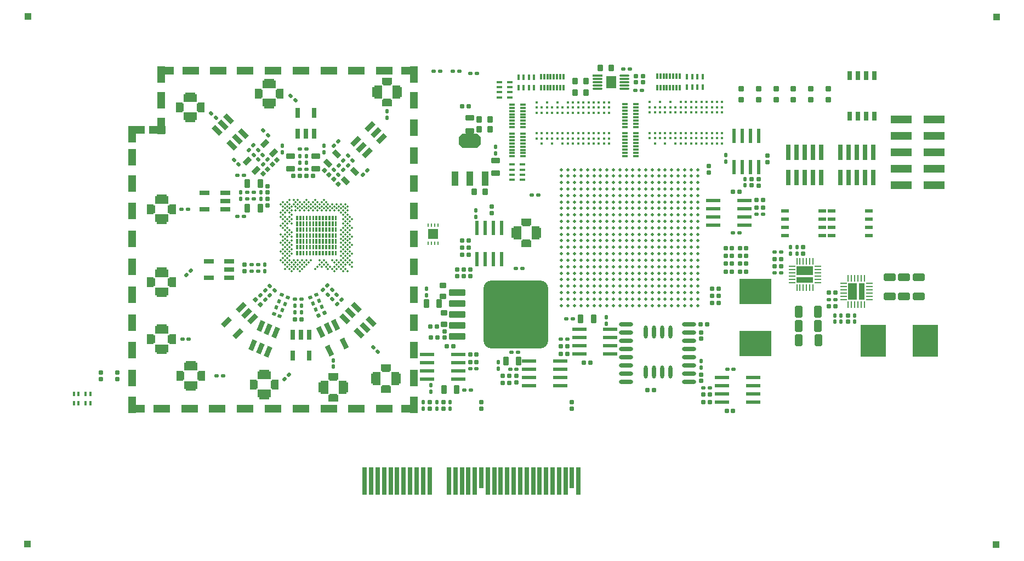
<source format=gtp>
G04 Layer_Color=8421504*
%FSLAX44Y44*%
%MOMM*%
G71*
G01*
G75*
G04:AMPARAMS|DCode=18|XSize=0.6mm|YSize=0.6mm|CornerRadius=0.06mm|HoleSize=0mm|Usage=FLASHONLY|Rotation=0.000|XOffset=0mm|YOffset=0mm|HoleType=Round|Shape=RoundedRectangle|*
%AMROUNDEDRECTD18*
21,1,0.6000,0.4800,0,0,0.0*
21,1,0.4800,0.6000,0,0,0.0*
1,1,0.1200,0.2400,-0.2400*
1,1,0.1200,-0.2400,-0.2400*
1,1,0.1200,-0.2400,0.2400*
1,1,0.1200,0.2400,0.2400*
%
%ADD18ROUNDEDRECTD18*%
G04:AMPARAMS|DCode=19|XSize=0.5mm|YSize=0.6mm|CornerRadius=0.05mm|HoleSize=0mm|Usage=FLASHONLY|Rotation=0.000|XOffset=0mm|YOffset=0mm|HoleType=Round|Shape=RoundedRectangle|*
%AMROUNDEDRECTD19*
21,1,0.5000,0.5000,0,0,0.0*
21,1,0.4000,0.6000,0,0,0.0*
1,1,0.1000,0.2000,-0.2500*
1,1,0.1000,-0.2000,-0.2500*
1,1,0.1000,-0.2000,0.2500*
1,1,0.1000,0.2000,0.2500*
%
%ADD19ROUNDEDRECTD19*%
G04:AMPARAMS|DCode=20|XSize=0.6mm|YSize=0.6mm|CornerRadius=0.06mm|HoleSize=0mm|Usage=FLASHONLY|Rotation=270.000|XOffset=0mm|YOffset=0mm|HoleType=Round|Shape=RoundedRectangle|*
%AMROUNDEDRECTD20*
21,1,0.6000,0.4800,0,0,270.0*
21,1,0.4800,0.6000,0,0,270.0*
1,1,0.1200,-0.2400,-0.2400*
1,1,0.1200,-0.2400,0.2400*
1,1,0.1200,0.2400,0.2400*
1,1,0.1200,0.2400,-0.2400*
%
%ADD20ROUNDEDRECTD20*%
G04:AMPARAMS|DCode=21|XSize=0.8mm|YSize=0.8mm|CornerRadius=0.1mm|HoleSize=0mm|Usage=FLASHONLY|Rotation=90.000|XOffset=0mm|YOffset=0mm|HoleType=Round|Shape=RoundedRectangle|*
%AMROUNDEDRECTD21*
21,1,0.8000,0.6000,0,0,90.0*
21,1,0.6000,0.8000,0,0,90.0*
1,1,0.2000,0.3000,0.3000*
1,1,0.2000,0.3000,-0.3000*
1,1,0.2000,-0.3000,-0.3000*
1,1,0.2000,-0.3000,0.3000*
%
%ADD21ROUNDEDRECTD21*%
G04:AMPARAMS|DCode=22|XSize=0.7mm|YSize=0.4mm|CornerRadius=0.05mm|HoleSize=0mm|Usage=FLASHONLY|Rotation=270.000|XOffset=0mm|YOffset=0mm|HoleType=Round|Shape=RoundedRectangle|*
%AMROUNDEDRECTD22*
21,1,0.7000,0.3000,0,0,270.0*
21,1,0.6000,0.4000,0,0,270.0*
1,1,0.1000,-0.1500,-0.3000*
1,1,0.1000,-0.1500,0.3000*
1,1,0.1000,0.1500,0.3000*
1,1,0.1000,0.1500,-0.3000*
%
%ADD22ROUNDEDRECTD22*%
%ADD23R,0.9500X0.4000*%
%ADD24R,0.9500X0.3500*%
%ADD25R,0.3500X0.9500*%
%ADD26R,0.4000X0.9500*%
%ADD27C,0.4500*%
%ADD28R,0.7500X2.4000*%
G04:AMPARAMS|DCode=29|XSize=0.5mm|YSize=0.6mm|CornerRadius=0.05mm|HoleSize=0mm|Usage=FLASHONLY|Rotation=90.000|XOffset=0mm|YOffset=0mm|HoleType=Round|Shape=RoundedRectangle|*
%AMROUNDEDRECTD29*
21,1,0.5000,0.5000,0,0,90.0*
21,1,0.4000,0.6000,0,0,90.0*
1,1,0.1000,0.2500,0.2000*
1,1,0.1000,0.2500,-0.2000*
1,1,0.1000,-0.2500,-0.2000*
1,1,0.1000,-0.2500,0.2000*
%
%ADD29ROUNDEDRECTD29*%
G04:AMPARAMS|DCode=30|XSize=1.3mm|YSize=0.8mm|CornerRadius=0.1mm|HoleSize=0mm|Usage=FLASHONLY|Rotation=90.000|XOffset=0mm|YOffset=0mm|HoleType=Round|Shape=RoundedRectangle|*
%AMROUNDEDRECTD30*
21,1,1.3000,0.6000,0,0,90.0*
21,1,1.1000,0.8000,0,0,90.0*
1,1,0.2000,0.3000,0.5500*
1,1,0.2000,0.3000,-0.5500*
1,1,0.2000,-0.3000,-0.5500*
1,1,0.2000,-0.3000,0.5500*
%
%ADD30ROUNDEDRECTD30*%
%ADD31R,2.2000X0.5500*%
%ADD32R,1.5500X1.0000*%
%ADD33R,1.2000X1.6000*%
%ADD34R,1.2000X1.2000*%
%ADD35R,1.2000X2.1500*%
%ADD36R,0.5500X2.2000*%
G04:AMPARAMS|DCode=37|XSize=1.8mm|YSize=1.15mm|CornerRadius=0.1437mm|HoleSize=0mm|Usage=FLASHONLY|Rotation=0.000|XOffset=0mm|YOffset=0mm|HoleType=Round|Shape=RoundedRectangle|*
%AMROUNDEDRECTD37*
21,1,1.8000,0.8625,0,0,0.0*
21,1,1.5125,1.1500,0,0,0.0*
1,1,0.2875,0.7562,-0.4313*
1,1,0.2875,-0.7562,-0.4313*
1,1,0.2875,-0.7562,0.4313*
1,1,0.2875,0.7562,0.4313*
%
%ADD37ROUNDEDRECTD37*%
G04:AMPARAMS|DCode=38|XSize=1.8mm|YSize=1.15mm|CornerRadius=0.1437mm|HoleSize=0mm|Usage=FLASHONLY|Rotation=270.000|XOffset=0mm|YOffset=0mm|HoleType=Round|Shape=RoundedRectangle|*
%AMROUNDEDRECTD38*
21,1,1.8000,0.8625,0,0,270.0*
21,1,1.5125,1.1500,0,0,270.0*
1,1,0.2875,-0.4313,-0.7562*
1,1,0.2875,-0.4313,0.7562*
1,1,0.2875,0.4313,0.7562*
1,1,0.2875,0.4313,-0.7562*
%
%ADD38ROUNDEDRECTD38*%
%ADD39R,3.2004X1.2700*%
%ADD41R,1.2000X0.5000*%
%ADD42R,5.0000X4.0000*%
%ADD43O,2.2000X0.6000*%
G04:AMPARAMS|DCode=44|XSize=1mm|YSize=0.9mm|CornerRadius=0.1125mm|HoleSize=0mm|Usage=FLASHONLY|Rotation=0.000|XOffset=0mm|YOffset=0mm|HoleType=Round|Shape=RoundedRectangle|*
%AMROUNDEDRECTD44*
21,1,1.0000,0.6750,0,0,0.0*
21,1,0.7750,0.9000,0,0,0.0*
1,1,0.2250,0.3875,-0.3375*
1,1,0.2250,-0.3875,-0.3375*
1,1,0.2250,-0.3875,0.3375*
1,1,0.2250,0.3875,0.3375*
%
%ADD44ROUNDEDRECTD44*%
G04:AMPARAMS|DCode=45|XSize=1mm|YSize=0.9mm|CornerRadius=0.1125mm|HoleSize=0mm|Usage=FLASHONLY|Rotation=270.000|XOffset=0mm|YOffset=0mm|HoleType=Round|Shape=RoundedRectangle|*
%AMROUNDEDRECTD45*
21,1,1.0000,0.6750,0,0,270.0*
21,1,0.7750,0.9000,0,0,270.0*
1,1,0.2250,-0.3375,-0.3875*
1,1,0.2250,-0.3375,0.3875*
1,1,0.2250,0.3375,0.3875*
1,1,0.2250,0.3375,-0.3875*
%
%ADD45ROUNDEDRECTD45*%
G04:AMPARAMS|DCode=46|XSize=1.3mm|YSize=0.8mm|CornerRadius=0.1mm|HoleSize=0mm|Usage=FLASHONLY|Rotation=180.000|XOffset=0mm|YOffset=0mm|HoleType=Round|Shape=RoundedRectangle|*
%AMROUNDEDRECTD46*
21,1,1.3000,0.6000,0,0,180.0*
21,1,1.1000,0.8000,0,0,180.0*
1,1,0.2000,-0.5500,0.3000*
1,1,0.2000,0.5500,0.3000*
1,1,0.2000,0.5500,-0.3000*
1,1,0.2000,-0.5500,-0.3000*
%
%ADD46ROUNDEDRECTD46*%
%ADD47R,1.0000X2.2000*%
G04:AMPARAMS|DCode=48|XSize=2.2mm|YSize=3.4mm|CornerRadius=0mm|HoleSize=0mm|Usage=FLASHONLY|Rotation=90.000|XOffset=0mm|YOffset=0mm|HoleType=Round|Shape=Octagon|*
%AMOCTAGOND48*
4,1,8,-1.7000,-0.5500,-1.7000,0.5500,-1.1500,1.1000,1.1500,1.1000,1.7000,0.5500,1.7000,-0.5500,1.1500,-1.1000,-1.1500,-1.1000,-1.7000,-0.5500,0.0*
%
%ADD48OCTAGOND48*%

%ADD49R,0.8000X1.4000*%
G04:AMPARAMS|DCode=50|XSize=1.6mm|YSize=1.9mm|CornerRadius=0.2mm|HoleSize=0mm|Usage=FLASHONLY|Rotation=180.000|XOffset=0mm|YOffset=0mm|HoleType=Round|Shape=RoundedRectangle|*
%AMROUNDEDRECTD50*
21,1,1.6000,1.5000,0,0,180.0*
21,1,1.2000,1.9000,0,0,180.0*
1,1,0.4000,-0.6000,0.7500*
1,1,0.4000,0.6000,0.7500*
1,1,0.4000,0.6000,-0.7500*
1,1,0.4000,-0.6000,-0.7500*
%
%ADD50ROUNDEDRECTD50*%
%ADD51O,1.6000X0.3000*%
G04:AMPARAMS|DCode=52|XSize=1.6mm|YSize=0.3mm|CornerRadius=0.0375mm|HoleSize=0mm|Usage=FLASHONLY|Rotation=0.000|XOffset=0mm|YOffset=0mm|HoleType=Round|Shape=RoundedRectangle|*
%AMROUNDEDRECTD52*
21,1,1.6000,0.2250,0,0,0.0*
21,1,1.5250,0.3000,0,0,0.0*
1,1,0.0750,0.7625,-0.1125*
1,1,0.0750,-0.7625,-0.1125*
1,1,0.0750,-0.7625,0.1125*
1,1,0.0750,0.7625,0.1125*
%
%ADD52ROUNDEDRECTD52*%
%ADD53R,2.6000X1.3000*%
%ADD54R,1.3000X2.6000*%
%ADD55R,0.2500X0.6250*%
%ADD56R,1.6000X1.6000*%
G04:AMPARAMS|DCode=57|XSize=2.5mm|YSize=1.1mm|CornerRadius=0.1375mm|HoleSize=0mm|Usage=FLASHONLY|Rotation=180.000|XOffset=0mm|YOffset=0mm|HoleType=Round|Shape=RoundedRectangle|*
%AMROUNDEDRECTD57*
21,1,2.5000,0.8250,0,0,180.0*
21,1,2.2250,1.1000,0,0,180.0*
1,1,0.2750,-1.1125,0.4125*
1,1,0.2750,1.1125,0.4125*
1,1,0.2750,1.1125,-0.4125*
1,1,0.2750,-1.1125,-0.4125*
%
%ADD57ROUNDEDRECTD57*%
G04:AMPARAMS|DCode=58|XSize=10mm|YSize=10.5mm|CornerRadius=1.25mm|HoleSize=0mm|Usage=FLASHONLY|Rotation=180.000|XOffset=0mm|YOffset=0mm|HoleType=Round|Shape=RoundedRectangle|*
%AMROUNDEDRECTD58*
21,1,10.0000,8.0000,0,0,180.0*
21,1,7.5000,10.5000,0,0,180.0*
1,1,2.5000,-3.7500,4.0000*
1,1,2.5000,3.7500,4.0000*
1,1,2.5000,3.7500,-4.0000*
1,1,2.5000,-3.7500,-4.0000*
%
%ADD58ROUNDEDRECTD58*%
%ADD59R,0.9000X2.5500*%
%ADD60R,1.4000X2.5500*%
%ADD61R,1.0000X0.2500*%
%ADD62R,0.2500X1.0000*%
G04:AMPARAMS|DCode=63|XSize=1.3mm|YSize=0.8mm|CornerRadius=0.1mm|HoleSize=0mm|Usage=FLASHONLY|Rotation=225.000|XOffset=0mm|YOffset=0mm|HoleType=Round|Shape=RoundedRectangle|*
%AMROUNDEDRECTD63*
21,1,1.3000,0.6000,0,0,225.0*
21,1,1.1000,0.8000,0,0,225.0*
1,1,0.2000,-0.6010,-0.1768*
1,1,0.2000,0.1768,0.6010*
1,1,0.2000,0.6010,0.1768*
1,1,0.2000,-0.1768,-0.6010*
%
%ADD63ROUNDEDRECTD63*%
G04:AMPARAMS|DCode=64|XSize=1.3mm|YSize=0.8mm|CornerRadius=0.1mm|HoleSize=0mm|Usage=FLASHONLY|Rotation=135.000|XOffset=0mm|YOffset=0mm|HoleType=Round|Shape=RoundedRectangle|*
%AMROUNDEDRECTD64*
21,1,1.3000,0.6000,0,0,135.0*
21,1,1.1000,0.8000,0,0,135.0*
1,1,0.2000,-0.1768,0.6010*
1,1,0.2000,0.6010,-0.1768*
1,1,0.2000,0.1768,-0.6010*
1,1,0.2000,-0.6010,0.1768*
%
%ADD64ROUNDEDRECTD64*%
G04:AMPARAMS|DCode=65|XSize=0.5mm|YSize=0.6mm|CornerRadius=0.05mm|HoleSize=0mm|Usage=FLASHONLY|Rotation=247.500|XOffset=0mm|YOffset=0mm|HoleType=Round|Shape=RoundedRectangle|*
%AMROUNDEDRECTD65*
21,1,0.5000,0.5000,0,0,247.5*
21,1,0.4000,0.6000,0,0,247.5*
1,1,0.1000,-0.3075,-0.0891*
1,1,0.1000,-0.1544,0.2804*
1,1,0.1000,0.3075,0.0891*
1,1,0.1000,0.1544,-0.2804*
%
%ADD65ROUNDEDRECTD65*%
%ADD66R,2.5500X0.9000*%
%ADD67R,2.5500X1.4000*%
%ADD68R,4.0000X5.0000*%
G04:AMPARAMS|DCode=69|XSize=0.5mm|YSize=0.6mm|CornerRadius=0.05mm|HoleSize=0mm|Usage=FLASHONLY|Rotation=45.000|XOffset=0mm|YOffset=0mm|HoleType=Round|Shape=RoundedRectangle|*
%AMROUNDEDRECTD69*
21,1,0.5000,0.5000,0,0,45.0*
21,1,0.4000,0.6000,0,0,45.0*
1,1,0.1000,0.3182,-0.0354*
1,1,0.1000,0.0354,-0.3182*
1,1,0.1000,-0.3182,0.0354*
1,1,0.1000,-0.0354,0.3182*
%
%ADD69ROUNDEDRECTD69*%
%ADD70R,1.0000X1.5500*%
%ADD71R,1.6000X1.2000*%
%ADD72R,1.2000X1.2000*%
%ADD73R,2.1500X1.2000*%
%ADD74R,0.9960X0.9960*%
G04:AMPARAMS|DCode=75|XSize=0.5mm|YSize=0.6mm|CornerRadius=0.05mm|HoleSize=0mm|Usage=FLASHONLY|Rotation=315.000|XOffset=0mm|YOffset=0mm|HoleType=Round|Shape=RoundedRectangle|*
%AMROUNDEDRECTD75*
21,1,0.5000,0.5000,0,0,315.0*
21,1,0.4000,0.6000,0,0,315.0*
1,1,0.1000,-0.0354,-0.3182*
1,1,0.1000,-0.3182,-0.0354*
1,1,0.1000,0.0354,0.3182*
1,1,0.1000,0.3182,0.0354*
%
%ADD75ROUNDEDRECTD75*%
G04:AMPARAMS|DCode=76|XSize=0.5mm|YSize=0.6mm|CornerRadius=0.05mm|HoleSize=0mm|Usage=FLASHONLY|Rotation=157.500|XOffset=0mm|YOffset=0mm|HoleType=Round|Shape=RoundedRectangle|*
%AMROUNDEDRECTD76*
21,1,0.5000,0.5000,0,0,157.5*
21,1,0.4000,0.6000,0,0,157.5*
1,1,0.1000,-0.0891,0.3075*
1,1,0.1000,0.2804,0.1544*
1,1,0.1000,0.0891,-0.3075*
1,1,0.1000,-0.2804,-0.1544*
%
%ADD76ROUNDEDRECTD76*%
G04:AMPARAMS|DCode=77|XSize=0.76mm|YSize=1.65mm|CornerRadius=0mm|HoleSize=0mm|Usage=FLASHONLY|Rotation=135.000|XOffset=0mm|YOffset=0mm|HoleType=Round|Shape=Rectangle|*
%AMROTATEDRECTD77*
4,1,4,0.8521,0.3147,-0.3147,-0.8521,-0.8521,-0.3147,0.3147,0.8521,0.8521,0.3147,0.0*
%
%ADD77ROTATEDRECTD77*%

G04:AMPARAMS|DCode=78|XSize=0.6mm|YSize=0.6mm|CornerRadius=0.06mm|HoleSize=0mm|Usage=FLASHONLY|Rotation=45.000|XOffset=0mm|YOffset=0mm|HoleType=Round|Shape=RoundedRectangle|*
%AMROUNDEDRECTD78*
21,1,0.6000,0.4800,0,0,45.0*
21,1,0.4800,0.6000,0,0,45.0*
1,1,0.1200,0.3394,0.0000*
1,1,0.1200,0.0000,-0.3394*
1,1,0.1200,-0.3394,0.0000*
1,1,0.1200,0.0000,0.3394*
%
%ADD78ROUNDEDRECTD78*%
G04:AMPARAMS|DCode=79|XSize=0.5mm|YSize=0.6mm|CornerRadius=0.05mm|HoleSize=0mm|Usage=FLASHONLY|Rotation=205.000|XOffset=0mm|YOffset=0mm|HoleType=Round|Shape=RoundedRectangle|*
%AMROUNDEDRECTD79*
21,1,0.5000,0.5000,0,0,205.0*
21,1,0.4000,0.6000,0,0,205.0*
1,1,0.1000,-0.2869,0.1421*
1,1,0.1000,0.0756,0.3111*
1,1,0.1000,0.2869,-0.1421*
1,1,0.1000,-0.0756,-0.3111*
%
%ADD79ROUNDEDRECTD79*%
G04:AMPARAMS|DCode=80|XSize=0.5mm|YSize=0.6mm|CornerRadius=0.05mm|HoleSize=0mm|Usage=FLASHONLY|Rotation=295.000|XOffset=0mm|YOffset=0mm|HoleType=Round|Shape=RoundedRectangle|*
%AMROUNDEDRECTD80*
21,1,0.5000,0.5000,0,0,295.0*
21,1,0.4000,0.6000,0,0,295.0*
1,1,0.1000,-0.1421,-0.2869*
1,1,0.1000,-0.3111,0.0756*
1,1,0.1000,0.1421,0.2869*
1,1,0.1000,0.3111,-0.0756*
%
%ADD80ROUNDEDRECTD80*%
G04:AMPARAMS|DCode=81|XSize=0.6mm|YSize=0.6mm|CornerRadius=0.06mm|HoleSize=0mm|Usage=FLASHONLY|Rotation=135.000|XOffset=0mm|YOffset=0mm|HoleType=Round|Shape=RoundedRectangle|*
%AMROUNDEDRECTD81*
21,1,0.6000,0.4800,0,0,135.0*
21,1,0.4800,0.6000,0,0,135.0*
1,1,0.1200,0.0000,0.3394*
1,1,0.1200,0.3394,0.0000*
1,1,0.1200,0.0000,-0.3394*
1,1,0.1200,-0.3394,0.0000*
%
%ADD81ROUNDEDRECTD81*%
G04:AMPARAMS|DCode=82|XSize=0.6mm|YSize=0.6mm|CornerRadius=0.06mm|HoleSize=0mm|Usage=FLASHONLY|Rotation=295.000|XOffset=0mm|YOffset=0mm|HoleType=Round|Shape=RoundedRectangle|*
%AMROUNDEDRECTD82*
21,1,0.6000,0.4800,0,0,295.0*
21,1,0.4800,0.6000,0,0,295.0*
1,1,0.1200,-0.1161,-0.3189*
1,1,0.1200,-0.3189,0.1161*
1,1,0.1200,0.1161,0.3189*
1,1,0.1200,0.3189,-0.1161*
%
%ADD82ROUNDEDRECTD82*%
G04:AMPARAMS|DCode=83|XSize=0.76mm|YSize=1.65mm|CornerRadius=0mm|HoleSize=0mm|Usage=FLASHONLY|Rotation=225.000|XOffset=0mm|YOffset=0mm|HoleType=Round|Shape=Rectangle|*
%AMROTATEDRECTD83*
4,1,4,-0.3147,0.8521,0.8521,-0.3147,0.3147,-0.8521,-0.8521,0.3147,-0.3147,0.8521,0.0*
%
%ADD83ROTATEDRECTD83*%

%ADD84R,0.7600X1.6500*%
G04:AMPARAMS|DCode=85|XSize=0.76mm|YSize=1.65mm|CornerRadius=0mm|HoleSize=0mm|Usage=FLASHONLY|Rotation=337.500|XOffset=0mm|YOffset=0mm|HoleType=Round|Shape=Rectangle|*
%AMROTATEDRECTD85*
4,1,4,-0.6668,-0.6168,-0.0354,0.9076,0.6668,0.6168,0.0354,-0.9076,-0.6668,-0.6168,0.0*
%
%ADD85ROTATEDRECTD85*%

G04:AMPARAMS|DCode=86|XSize=0.76mm|YSize=1.65mm|CornerRadius=0mm|HoleSize=0mm|Usage=FLASHONLY|Rotation=205.000|XOffset=0mm|YOffset=0mm|HoleType=Round|Shape=Rectangle|*
%AMROTATEDRECTD86*
4,1,4,-0.0043,0.9083,0.6931,-0.5871,0.0043,-0.9083,-0.6931,0.5871,-0.0043,0.9083,0.0*
%
%ADD86ROTATEDRECTD86*%

%ADD87R,1.6500X0.7600*%
%ADD88C,0.3500*%
%ADD89R,0.2000X0.2000*%
%ADD90R,0.9960X0.9960*%
%ADD91R,0.7000X4.2000*%
%ADD92R,0.7000X3.2000*%
%ADD93C,0.5000*%
%ADD94O,0.6000X2.0000*%
G36*
X413340Y437617D02*
X410340D01*
Y444617D01*
X413340D01*
Y437617D01*
D02*
G37*
G36*
X408340D02*
X405340D01*
Y444617D01*
X408340D01*
Y437617D01*
D02*
G37*
G36*
X403340D02*
X400340D01*
Y444617D01*
X403340D01*
Y437617D01*
D02*
G37*
G36*
X398340D02*
X395340D01*
Y444617D01*
X398340D01*
Y437617D01*
D02*
G37*
G36*
X393340D02*
X390340D01*
Y444617D01*
X393340D01*
Y437617D01*
D02*
G37*
G36*
X388340D02*
X385340D01*
Y444617D01*
X388340D01*
Y437617D01*
D02*
G37*
G36*
X383340D02*
X380340D01*
Y444617D01*
X383340D01*
Y437617D01*
D02*
G37*
G36*
X378340D02*
X375340D01*
Y444617D01*
X378340D01*
Y437617D01*
D02*
G37*
G36*
X373340D02*
X370340D01*
Y444617D01*
X373340D01*
Y437617D01*
D02*
G37*
G36*
X368340D02*
X365340D01*
Y444617D01*
X368340D01*
Y437617D01*
D02*
G37*
G36*
X363340D02*
X360340D01*
Y444617D01*
X363340D01*
Y437617D01*
D02*
G37*
G36*
X358340D02*
X355340D01*
Y444617D01*
X358340D01*
Y437617D01*
D02*
G37*
G36*
X353340D02*
X350340D01*
Y444617D01*
X353340D01*
Y437617D01*
D02*
G37*
G36*
X413340Y428617D02*
X410340D01*
Y435617D01*
X413340D01*
Y428617D01*
D02*
G37*
G36*
X408340D02*
X405340D01*
Y435617D01*
X408340D01*
Y428617D01*
D02*
G37*
G36*
X403340D02*
X400340D01*
Y435617D01*
X403340D01*
Y428617D01*
D02*
G37*
G36*
X398340D02*
X395340D01*
Y435617D01*
X398340D01*
Y428617D01*
D02*
G37*
G36*
X393340D02*
X390340D01*
Y435617D01*
X393340D01*
Y428617D01*
D02*
G37*
G36*
X388340D02*
X385340D01*
Y435617D01*
X388340D01*
Y428617D01*
D02*
G37*
G36*
X383340D02*
X380340D01*
Y435617D01*
X383340D01*
Y428617D01*
D02*
G37*
G36*
X378340D02*
X375340D01*
Y435617D01*
X378340D01*
Y428617D01*
D02*
G37*
G36*
X373340D02*
X370340D01*
Y435617D01*
X373340D01*
Y428617D01*
D02*
G37*
G36*
X368340D02*
X365340D01*
Y435617D01*
X368340D01*
Y428617D01*
D02*
G37*
G36*
X363340D02*
X360340D01*
Y435617D01*
X363340D01*
Y428617D01*
D02*
G37*
G36*
X358340D02*
X355340D01*
Y435617D01*
X358340D01*
Y428617D01*
D02*
G37*
G36*
X353340D02*
X350340D01*
Y435617D01*
X353340D01*
Y428617D01*
D02*
G37*
G36*
X413340Y419617D02*
X410340D01*
Y426617D01*
X413340D01*
Y419617D01*
D02*
G37*
G36*
X408340D02*
X405340D01*
Y426617D01*
X408340D01*
Y419617D01*
D02*
G37*
G36*
X403340D02*
X400340D01*
Y426617D01*
X403340D01*
Y419617D01*
D02*
G37*
G36*
X398340D02*
X395340D01*
Y426617D01*
X398340D01*
Y419617D01*
D02*
G37*
G36*
X393340D02*
X390340D01*
Y426617D01*
X393340D01*
Y419617D01*
D02*
G37*
G36*
X388340D02*
X385340D01*
Y426617D01*
X388340D01*
Y419617D01*
D02*
G37*
G36*
X383340D02*
X380340D01*
Y426617D01*
X383340D01*
Y419617D01*
D02*
G37*
G36*
X378340D02*
X375340D01*
Y426617D01*
X378340D01*
Y419617D01*
D02*
G37*
G36*
X373340D02*
X370340D01*
Y426617D01*
X373340D01*
Y419617D01*
D02*
G37*
G36*
X368340D02*
X365340D01*
Y426617D01*
X368340D01*
Y419617D01*
D02*
G37*
G36*
X363340D02*
X360340D01*
Y426617D01*
X363340D01*
Y419617D01*
D02*
G37*
G36*
X358340D02*
X355340D01*
Y426617D01*
X358340D01*
Y419617D01*
D02*
G37*
G36*
X353340D02*
X350340D01*
Y426617D01*
X353340D01*
Y419617D01*
D02*
G37*
G36*
X413340Y410617D02*
X410340D01*
Y417617D01*
X413340D01*
Y410617D01*
D02*
G37*
G36*
X408340D02*
X405340D01*
Y417617D01*
X408340D01*
Y410617D01*
D02*
G37*
G36*
X403340D02*
X400340D01*
Y417617D01*
X403340D01*
Y410617D01*
D02*
G37*
G36*
X398340D02*
X395340D01*
Y417617D01*
X398340D01*
Y410617D01*
D02*
G37*
G36*
X393340D02*
X390340D01*
Y417617D01*
X393340D01*
Y410617D01*
D02*
G37*
G36*
X388340D02*
X385340D01*
Y417617D01*
X388340D01*
Y410617D01*
D02*
G37*
G36*
X383340D02*
X380340D01*
Y417617D01*
X383340D01*
Y410617D01*
D02*
G37*
G36*
X378340D02*
X375340D01*
Y417617D01*
X378340D01*
Y410617D01*
D02*
G37*
G36*
X373340D02*
X370340D01*
Y417617D01*
X373340D01*
Y410617D01*
D02*
G37*
G36*
X368340D02*
X365340D01*
Y417617D01*
X368340D01*
Y410617D01*
D02*
G37*
G36*
X363340D02*
X360340D01*
Y417617D01*
X363340D01*
Y410617D01*
D02*
G37*
G36*
X358340D02*
X355340D01*
Y417617D01*
X358340D01*
Y410617D01*
D02*
G37*
G36*
X353340D02*
X350340D01*
Y417617D01*
X353340D01*
Y410617D01*
D02*
G37*
G36*
X413340Y401617D02*
X410340D01*
Y408617D01*
X413340D01*
Y401617D01*
D02*
G37*
G36*
X408340D02*
X405340D01*
Y408617D01*
X408340D01*
Y401617D01*
D02*
G37*
G36*
X403340D02*
X400340D01*
Y408617D01*
X403340D01*
Y401617D01*
D02*
G37*
G36*
X398340D02*
X395340D01*
Y408617D01*
X398340D01*
Y401617D01*
D02*
G37*
G36*
X393340D02*
X390340D01*
Y408617D01*
X393340D01*
Y401617D01*
D02*
G37*
G36*
X388340D02*
X385340D01*
Y408617D01*
X388340D01*
Y401617D01*
D02*
G37*
G36*
X383340D02*
X380340D01*
Y408617D01*
X383340D01*
Y401617D01*
D02*
G37*
G36*
X378340D02*
X375340D01*
Y408617D01*
X378340D01*
Y401617D01*
D02*
G37*
G36*
X373340D02*
X370340D01*
Y408617D01*
X373340D01*
Y401617D01*
D02*
G37*
G36*
X368340D02*
X365340D01*
Y408617D01*
X368340D01*
Y401617D01*
D02*
G37*
G36*
X363340D02*
X360340D01*
Y408617D01*
X363340D01*
Y401617D01*
D02*
G37*
G36*
X358340D02*
X355340D01*
Y408617D01*
X358340D01*
Y401617D01*
D02*
G37*
G36*
X353340D02*
X350340D01*
Y408617D01*
X353340D01*
Y401617D01*
D02*
G37*
G36*
X413340Y392617D02*
X410340D01*
Y399617D01*
X413340D01*
Y392617D01*
D02*
G37*
G36*
X408340D02*
X405340D01*
Y399617D01*
X408340D01*
Y392617D01*
D02*
G37*
G36*
X403340D02*
X400340D01*
Y399617D01*
X403340D01*
Y392617D01*
D02*
G37*
G36*
X398340D02*
X395340D01*
Y399617D01*
X398340D01*
Y392617D01*
D02*
G37*
G36*
X393340D02*
X390340D01*
Y399617D01*
X393340D01*
Y392617D01*
D02*
G37*
G36*
X388340D02*
X385340D01*
Y399617D01*
X388340D01*
Y392617D01*
D02*
G37*
G36*
X383340D02*
X380340D01*
Y399617D01*
X383340D01*
Y392617D01*
D02*
G37*
G36*
X378340D02*
X375340D01*
Y399617D01*
X378340D01*
Y392617D01*
D02*
G37*
G36*
X373340D02*
X370340D01*
Y399617D01*
X373340D01*
Y392617D01*
D02*
G37*
G36*
X368340D02*
X365340D01*
Y399617D01*
X368340D01*
Y392617D01*
D02*
G37*
G36*
X363340D02*
X360340D01*
Y399617D01*
X363340D01*
Y392617D01*
D02*
G37*
G36*
X358340D02*
X355340D01*
Y399617D01*
X358340D01*
Y392617D01*
D02*
G37*
G36*
X353340D02*
X350340D01*
Y399617D01*
X353340D01*
Y392617D01*
D02*
G37*
G36*
X413340Y383617D02*
X410340D01*
Y390617D01*
X413340D01*
Y383617D01*
D02*
G37*
G36*
X408340D02*
X405340D01*
Y390617D01*
X408340D01*
Y383617D01*
D02*
G37*
G36*
X403340D02*
X400340D01*
Y390617D01*
X403340D01*
Y383617D01*
D02*
G37*
G36*
X398340D02*
X395340D01*
Y390617D01*
X398340D01*
Y383617D01*
D02*
G37*
G36*
X393340D02*
X390340D01*
Y390617D01*
X393340D01*
Y383617D01*
D02*
G37*
G36*
X388340D02*
X385340D01*
Y390617D01*
X388340D01*
Y383617D01*
D02*
G37*
G36*
X383340D02*
X380340D01*
Y390617D01*
X383340D01*
Y383617D01*
D02*
G37*
G36*
X378340D02*
X375340D01*
Y390617D01*
X378340D01*
Y383617D01*
D02*
G37*
G36*
X373340D02*
X370340D01*
Y390617D01*
X373340D01*
Y383617D01*
D02*
G37*
G36*
X368340D02*
X365340D01*
Y390617D01*
X368340D01*
Y383617D01*
D02*
G37*
G36*
X363340D02*
X360340D01*
Y390617D01*
X363340D01*
Y383617D01*
D02*
G37*
G36*
X358340D02*
X355340D01*
Y390617D01*
X358340D01*
Y383617D01*
D02*
G37*
G36*
X353340D02*
X350340D01*
Y390617D01*
X353340D01*
Y383617D01*
D02*
G37*
D18*
X74500Y202250D02*
D03*
Y192250D02*
D03*
X49250Y202250D02*
D03*
Y192250D02*
D03*
X988000Y521250D02*
D03*
Y511250D02*
D03*
X609250Y361500D02*
D03*
Y351500D02*
D03*
X1054285Y491535D02*
D03*
Y501535D02*
D03*
X1065260Y491440D02*
D03*
Y501440D02*
D03*
X652250Y448750D02*
D03*
Y458750D02*
D03*
X776500Y156500D02*
D03*
Y146500D02*
D03*
X557000D02*
D03*
Y156500D02*
D03*
X599500Y361500D02*
D03*
Y351500D02*
D03*
X578000Y146500D02*
D03*
Y156500D02*
D03*
X636500Y156500D02*
D03*
Y146500D02*
D03*
X1133750Y396500D02*
D03*
Y386500D02*
D03*
X1078285Y537285D02*
D03*
Y527285D02*
D03*
X976250Y264500D02*
D03*
Y254500D02*
D03*
X976000Y189250D02*
D03*
Y199250D02*
D03*
X690750Y197000D02*
D03*
Y187000D02*
D03*
X579500Y256250D02*
D03*
Y266250D02*
D03*
X1202744Y290756D02*
D03*
Y280756D02*
D03*
X306296Y460523D02*
D03*
Y470523D02*
D03*
X306296Y490523D02*
D03*
Y480523D02*
D03*
X270710Y359213D02*
D03*
Y369213D02*
D03*
X875250Y650750D02*
D03*
Y660750D02*
D03*
X886250Y650750D02*
D03*
Y660750D02*
D03*
X619250Y361500D02*
D03*
Y351500D02*
D03*
D19*
X567500Y146500D02*
D03*
Y156500D02*
D03*
X546500Y146500D02*
D03*
Y156500D02*
D03*
X1043785Y491535D02*
D03*
Y501535D02*
D03*
X628000Y453000D02*
D03*
Y443000D02*
D03*
X588500Y146500D02*
D03*
Y156500D02*
D03*
X1013760Y538690D02*
D03*
Y528690D02*
D03*
X1192289Y280744D02*
D03*
X1192289Y290744D02*
D03*
X1182289Y280744D02*
D03*
Y290744D02*
D03*
X976000Y220250D02*
D03*
Y210250D02*
D03*
X662750Y218250D02*
D03*
Y208250D02*
D03*
X551500Y332000D02*
D03*
Y322000D02*
D03*
X558500Y173000D02*
D03*
Y183000D02*
D03*
X658900Y541250D02*
D03*
Y551250D02*
D03*
X1113750Y396500D02*
D03*
Y386500D02*
D03*
X829745Y288115D02*
D03*
Y278115D02*
D03*
X264796Y470523D02*
D03*
Y480523D02*
D03*
X1213244Y290756D02*
D03*
Y280756D02*
D03*
X1123750Y386500D02*
D03*
Y396500D02*
D03*
X491000Y606000D02*
D03*
Y596000D02*
D03*
X393594Y552633D02*
D03*
Y542633D02*
D03*
X366445Y536911D02*
D03*
Y526911D02*
D03*
X348990Y295326D02*
D03*
Y305326D02*
D03*
X358990Y295326D02*
D03*
Y305326D02*
D03*
X295904Y470527D02*
D03*
Y480527D02*
D03*
X356445Y526911D02*
D03*
Y536911D02*
D03*
X329454Y552649D02*
D03*
Y542649D02*
D03*
X408000Y211250D02*
D03*
X408000Y221250D02*
D03*
X302309Y359372D02*
D03*
Y369372D02*
D03*
D20*
X993000Y332000D02*
D03*
X1003000D02*
D03*
X993000Y321000D02*
D03*
X1003000D02*
D03*
X993000Y310000D02*
D03*
X1003000D02*
D03*
X616750Y406750D02*
D03*
X606750D02*
D03*
X616750Y395750D02*
D03*
X606750D02*
D03*
X616750Y384500D02*
D03*
X606750D02*
D03*
X629255Y230385D02*
D03*
X619255D02*
D03*
X629250Y218750D02*
D03*
X619250D02*
D03*
X979375Y168375D02*
D03*
X989375D02*
D03*
X1025375Y143375D02*
D03*
X1015375D02*
D03*
X979280Y156900D02*
D03*
X989280D02*
D03*
X1071255Y468635D02*
D03*
X1061255D02*
D03*
X1071255Y456885D02*
D03*
X1061255D02*
D03*
X1025255Y481635D02*
D03*
X1035255D02*
D03*
X893000Y175000D02*
D03*
X903000D02*
D03*
X975350Y277000D02*
D03*
X985350D02*
D03*
X679750Y186000D02*
D03*
X669750D02*
D03*
Y197000D02*
D03*
X679750D02*
D03*
X558500Y256250D02*
D03*
X568500D02*
D03*
X557500Y273250D02*
D03*
X567500D02*
D03*
X583255Y243385D02*
D03*
X593255D02*
D03*
X607100Y613750D02*
D03*
X617100D02*
D03*
X1099250Y378000D02*
D03*
X1089250D02*
D03*
X1013750Y394500D02*
D03*
X1023750D02*
D03*
X1035750D02*
D03*
X1045750D02*
D03*
X1013750Y382500D02*
D03*
X1023750D02*
D03*
X1035750D02*
D03*
X1045750D02*
D03*
X1013750Y358500D02*
D03*
X1023750D02*
D03*
X1035750D02*
D03*
X1045750D02*
D03*
X1035750Y370500D02*
D03*
X1045750D02*
D03*
X1013750D02*
D03*
X1023750D02*
D03*
X758995Y242865D02*
D03*
X768995D02*
D03*
X804995Y217865D02*
D03*
X794995D02*
D03*
X758995Y230865D02*
D03*
X768995D02*
D03*
X1183244Y304756D02*
D03*
X1173244D02*
D03*
X1173244Y325756D02*
D03*
X1183244D02*
D03*
X1089250Y367000D02*
D03*
X1099250Y367000D02*
D03*
X346445Y505911D02*
D03*
X356445D02*
D03*
X348990Y284826D02*
D03*
X358990D02*
D03*
X376445Y505911D02*
D03*
X366445D02*
D03*
D21*
X1037750Y641250D02*
D03*
Y624250D02*
D03*
X1064750Y641250D02*
D03*
Y624250D02*
D03*
X1145051Y641250D02*
D03*
Y624250D02*
D03*
X1172050Y641250D02*
D03*
Y624250D02*
D03*
X1091551Y641250D02*
D03*
Y624250D02*
D03*
X1118000Y641250D02*
D03*
Y624250D02*
D03*
D22*
X32500Y169000D02*
D03*
Y155000D02*
D03*
X25500Y155000D02*
D03*
Y169000D02*
D03*
X14000Y169000D02*
D03*
X14000Y155000D02*
D03*
X7000Y155000D02*
D03*
Y169000D02*
D03*
D23*
X683750Y524000D02*
D03*
Y516000D02*
D03*
Y508000D02*
D03*
X683750Y500000D02*
D03*
X699750Y524000D02*
D03*
Y516000D02*
D03*
X699750Y508000D02*
D03*
Y500000D02*
D03*
X680250Y627500D02*
D03*
Y635500D02*
D03*
Y643500D02*
D03*
X680250Y651500D02*
D03*
X664250Y627500D02*
D03*
Y635500D02*
D03*
Y643500D02*
D03*
Y651500D02*
D03*
D24*
X683500Y571500D02*
D03*
Y566500D02*
D03*
Y561500D02*
D03*
Y556500D02*
D03*
Y551500D02*
D03*
Y546500D02*
D03*
Y541500D02*
D03*
Y536500D02*
D03*
X700500Y571500D02*
D03*
Y566500D02*
D03*
Y561500D02*
D03*
Y556500D02*
D03*
X700500Y551500D02*
D03*
X700500Y546500D02*
D03*
Y541500D02*
D03*
Y536500D02*
D03*
X858000Y572000D02*
D03*
Y567000D02*
D03*
Y562000D02*
D03*
Y557000D02*
D03*
Y552000D02*
D03*
Y547000D02*
D03*
Y542000D02*
D03*
Y537000D02*
D03*
X875000Y572000D02*
D03*
Y567000D02*
D03*
Y562000D02*
D03*
Y557000D02*
D03*
X875000Y552000D02*
D03*
X875000Y547000D02*
D03*
Y542000D02*
D03*
Y537000D02*
D03*
X858000Y617000D02*
D03*
Y612000D02*
D03*
Y607000D02*
D03*
Y602000D02*
D03*
Y597000D02*
D03*
Y592000D02*
D03*
Y587000D02*
D03*
Y582000D02*
D03*
X875000Y617000D02*
D03*
Y612000D02*
D03*
Y607000D02*
D03*
Y602000D02*
D03*
X875000Y597000D02*
D03*
X875000Y592000D02*
D03*
Y587000D02*
D03*
Y582000D02*
D03*
X683500Y616500D02*
D03*
Y611500D02*
D03*
Y606500D02*
D03*
Y601500D02*
D03*
Y596500D02*
D03*
Y591500D02*
D03*
Y586500D02*
D03*
Y581500D02*
D03*
X700500Y616500D02*
D03*
Y611500D02*
D03*
Y606500D02*
D03*
Y601500D02*
D03*
X700500Y596500D02*
D03*
X700500Y591500D02*
D03*
Y586500D02*
D03*
Y581500D02*
D03*
D25*
X763500Y659500D02*
D03*
X758500D02*
D03*
X753500D02*
D03*
X748500D02*
D03*
X743500D02*
D03*
X738500D02*
D03*
X733500D02*
D03*
X728500D02*
D03*
X763500Y642500D02*
D03*
X758500D02*
D03*
X753500D02*
D03*
X748500D02*
D03*
X743500Y642500D02*
D03*
X738500Y642500D02*
D03*
X733500D02*
D03*
X728500D02*
D03*
X943000Y660000D02*
D03*
X938000D02*
D03*
X933000D02*
D03*
X928000D02*
D03*
X923000D02*
D03*
X918000D02*
D03*
X913000D02*
D03*
X908000D02*
D03*
X943000Y643000D02*
D03*
X938000D02*
D03*
X933000D02*
D03*
X928000D02*
D03*
X923000Y643000D02*
D03*
X918000Y643000D02*
D03*
X913000D02*
D03*
X908000D02*
D03*
D26*
X717750Y658750D02*
D03*
X709750D02*
D03*
X701750D02*
D03*
X693750Y658750D02*
D03*
X717750Y642750D02*
D03*
X709750D02*
D03*
X701750D02*
D03*
X693750Y642750D02*
D03*
X978250Y659500D02*
D03*
X970250D02*
D03*
X962250D02*
D03*
X954250Y659500D02*
D03*
X978250Y643500D02*
D03*
X970250D02*
D03*
X962250D02*
D03*
X954250Y643500D02*
D03*
D27*
X1008500Y620500D02*
D03*
Y612500D02*
D03*
Y604500D02*
D03*
Y572500D02*
D03*
Y564500D02*
D03*
Y556500D02*
D03*
X1000500Y620500D02*
D03*
Y612500D02*
D03*
Y604500D02*
D03*
Y572500D02*
D03*
X1000500Y564500D02*
D03*
Y556500D02*
D03*
X992500Y620500D02*
D03*
Y612500D02*
D03*
Y604500D02*
D03*
Y572500D02*
D03*
Y564500D02*
D03*
Y556500D02*
D03*
X984500Y620500D02*
D03*
Y612500D02*
D03*
Y604500D02*
D03*
Y572500D02*
D03*
Y564500D02*
D03*
Y556500D02*
D03*
X976500Y620500D02*
D03*
Y612500D02*
D03*
Y604500D02*
D03*
Y572500D02*
D03*
Y564500D02*
D03*
Y556500D02*
D03*
X968500Y620500D02*
D03*
Y612500D02*
D03*
X968500Y604500D02*
D03*
X968500Y572500D02*
D03*
X968500Y564500D02*
D03*
Y556500D02*
D03*
X960500Y620500D02*
D03*
Y612500D02*
D03*
Y604500D02*
D03*
Y572500D02*
D03*
X960500Y564500D02*
D03*
Y556500D02*
D03*
X952500Y620500D02*
D03*
Y612500D02*
D03*
Y604500D02*
D03*
Y572500D02*
D03*
Y564500D02*
D03*
Y556500D02*
D03*
X944500Y620500D02*
D03*
Y612500D02*
D03*
Y604500D02*
D03*
Y572500D02*
D03*
Y564500D02*
D03*
Y556500D02*
D03*
X936500Y612500D02*
D03*
Y604500D02*
D03*
Y572500D02*
D03*
Y564500D02*
D03*
Y556500D02*
D03*
X928500Y620500D02*
D03*
Y612500D02*
D03*
Y604500D02*
D03*
Y572500D02*
D03*
Y564500D02*
D03*
X920500Y612500D02*
D03*
Y604500D02*
D03*
Y572500D02*
D03*
Y564500D02*
D03*
Y556500D02*
D03*
X912500Y620500D02*
D03*
Y612500D02*
D03*
X912500Y604500D02*
D03*
X912500Y572500D02*
D03*
X912500Y564500D02*
D03*
X904500Y612500D02*
D03*
Y604500D02*
D03*
Y572500D02*
D03*
Y564500D02*
D03*
Y556500D02*
D03*
X896500Y620500D02*
D03*
Y612500D02*
D03*
Y604500D02*
D03*
Y572500D02*
D03*
Y564500D02*
D03*
X722000Y564000D02*
D03*
Y572000D02*
D03*
Y604000D02*
D03*
Y612000D02*
D03*
Y620000D02*
D03*
X730000Y556000D02*
D03*
Y564000D02*
D03*
Y572000D02*
D03*
Y604000D02*
D03*
Y612000D02*
D03*
X738000Y564000D02*
D03*
Y572000D02*
D03*
Y604000D02*
D03*
Y612000D02*
D03*
Y620000D02*
D03*
X746000Y556000D02*
D03*
Y564000D02*
D03*
Y572000D02*
D03*
Y604000D02*
D03*
Y612000D02*
D03*
X754000Y564000D02*
D03*
Y572000D02*
D03*
Y604000D02*
D03*
Y612000D02*
D03*
Y620000D02*
D03*
X762000Y556000D02*
D03*
Y564000D02*
D03*
Y572000D02*
D03*
Y604000D02*
D03*
Y612000D02*
D03*
X770000Y556000D02*
D03*
Y564000D02*
D03*
Y572000D02*
D03*
Y604000D02*
D03*
Y612000D02*
D03*
Y620000D02*
D03*
X778000Y556000D02*
D03*
Y564000D02*
D03*
Y572000D02*
D03*
Y604000D02*
D03*
Y612000D02*
D03*
Y620000D02*
D03*
X786000Y556000D02*
D03*
Y564000D02*
D03*
Y572000D02*
D03*
Y604000D02*
D03*
Y612000D02*
D03*
Y620000D02*
D03*
X794000Y556000D02*
D03*
Y564000D02*
D03*
Y572000D02*
D03*
Y604000D02*
D03*
Y612000D02*
D03*
Y620000D02*
D03*
X802000Y556000D02*
D03*
Y564000D02*
D03*
Y572000D02*
D03*
Y604000D02*
D03*
Y612000D02*
D03*
Y620000D02*
D03*
X810000Y556000D02*
D03*
Y564000D02*
D03*
Y572000D02*
D03*
Y604000D02*
D03*
Y612000D02*
D03*
Y620000D02*
D03*
X818000Y556000D02*
D03*
Y564000D02*
D03*
Y572000D02*
D03*
Y604000D02*
D03*
Y612000D02*
D03*
Y620000D02*
D03*
X826000Y556000D02*
D03*
Y564000D02*
D03*
Y572000D02*
D03*
Y604000D02*
D03*
Y612000D02*
D03*
Y620000D02*
D03*
X834000Y556000D02*
D03*
Y564000D02*
D03*
Y572000D02*
D03*
Y604000D02*
D03*
Y612000D02*
D03*
Y620000D02*
D03*
D28*
X1242000Y542750D02*
D03*
X1242000Y503750D02*
D03*
X1229250Y542750D02*
D03*
X1229250Y503750D02*
D03*
X1216500Y542750D02*
D03*
Y503750D02*
D03*
X1203750Y542750D02*
D03*
Y503750D02*
D03*
X1191000Y542750D02*
D03*
X1191000Y503750D02*
D03*
X1161500Y543000D02*
D03*
X1161500Y504000D02*
D03*
X1148750Y543000D02*
D03*
X1148750Y504000D02*
D03*
X1136000Y543000D02*
D03*
X1136000Y504000D02*
D03*
X1123250Y543000D02*
D03*
Y504000D02*
D03*
X1110500Y543000D02*
D03*
X1110500Y504000D02*
D03*
D29*
X693250Y233750D02*
D03*
X683250D02*
D03*
X777745Y285615D02*
D03*
X767745D02*
D03*
X979375Y178625D02*
D03*
X989375D02*
D03*
X1026280Y207150D02*
D03*
X1016280D02*
D03*
X1024900Y417890D02*
D03*
X1034900D02*
D03*
X1071255Y446635D02*
D03*
X1061255D02*
D03*
X691000Y207500D02*
D03*
X681000D02*
D03*
X610505Y175635D02*
D03*
X620505D02*
D03*
X619250Y208250D02*
D03*
X629250D02*
D03*
X1099250Y388500D02*
D03*
X1089250Y388500D02*
D03*
X768995Y254115D02*
D03*
X758995D02*
D03*
X275296Y480523D02*
D03*
X285296D02*
D03*
X285296Y470523D02*
D03*
X275296D02*
D03*
X1183244Y315256D02*
D03*
X1173244Y315256D02*
D03*
X1099250Y356500D02*
D03*
X1089250D02*
D03*
X227750Y197250D02*
D03*
X237750Y197250D02*
D03*
X259576Y443590D02*
D03*
X269576D02*
D03*
X348990Y315826D02*
D03*
X358990D02*
D03*
X356445Y516411D02*
D03*
X366445D02*
D03*
X174750Y254000D02*
D03*
X184750D02*
D03*
X281809Y359372D02*
D03*
X291809D02*
D03*
X281813Y369263D02*
D03*
X291813D02*
D03*
X356445Y547411D02*
D03*
X366445D02*
D03*
X259594Y507383D02*
D03*
X269594D02*
D03*
X173500Y454750D02*
D03*
X183500D02*
D03*
X866000Y671500D02*
D03*
X856000D02*
D03*
X874750Y638500D02*
D03*
X884750D02*
D03*
X572750Y668250D02*
D03*
X562750D02*
D03*
X592750Y668250D02*
D03*
X602750D02*
D03*
X700000Y363500D02*
D03*
X690000D02*
D03*
X724500Y477000D02*
D03*
X714500D02*
D03*
X629476Y664765D02*
D03*
X619476D02*
D03*
D30*
X674250Y220250D02*
D03*
X694250D02*
D03*
X551500Y309000D02*
D03*
X571500D02*
D03*
X578505Y175885D02*
D03*
X598505D02*
D03*
X809745Y285365D02*
D03*
X789745D02*
D03*
X275197Y494620D02*
D03*
X295197D02*
D03*
X275204Y456170D02*
D03*
X295204D02*
D03*
D31*
X710000Y220050D02*
D03*
Y207350D02*
D03*
Y194650D02*
D03*
Y181950D02*
D03*
X758000Y220050D02*
D03*
Y207350D02*
D03*
Y194650D02*
D03*
Y181950D02*
D03*
X1008130Y194560D02*
D03*
Y181860D02*
D03*
Y169160D02*
D03*
Y156460D02*
D03*
X1056130Y194560D02*
D03*
Y181860D02*
D03*
Y169160D02*
D03*
Y156460D02*
D03*
X1042500Y430450D02*
D03*
Y443150D02*
D03*
Y455850D02*
D03*
Y468550D02*
D03*
X994500Y430450D02*
D03*
Y443150D02*
D03*
Y455850D02*
D03*
Y468550D02*
D03*
X600500Y192200D02*
D03*
Y204900D02*
D03*
X600500Y217600D02*
D03*
X600500Y230300D02*
D03*
X552500Y192200D02*
D03*
Y204900D02*
D03*
Y217600D02*
D03*
Y230300D02*
D03*
X835750Y230950D02*
D03*
X835750Y243650D02*
D03*
X835750Y256350D02*
D03*
Y269050D02*
D03*
X787750Y230950D02*
D03*
Y243650D02*
D03*
Y256350D02*
D03*
Y269050D02*
D03*
D32*
X489164Y210000D02*
D03*
Y176000D02*
D03*
X491000Y619000D02*
D03*
Y653000D02*
D03*
X408000Y196250D02*
D03*
Y162250D02*
D03*
X706000Y435250D02*
D03*
Y401250D02*
D03*
D33*
X472164Y193000D02*
D03*
X506164D02*
D03*
X508000Y636000D02*
D03*
X474000D02*
D03*
X391000Y179250D02*
D03*
X425000D02*
D03*
X689000Y418250D02*
D03*
X723000D02*
D03*
D34*
X489164Y177000D02*
D03*
Y209000D02*
D03*
X491000Y652000D02*
D03*
Y620000D02*
D03*
X408000Y163250D02*
D03*
Y195250D02*
D03*
X706000Y402250D02*
D03*
Y434250D02*
D03*
D35*
X503164Y193000D02*
D03*
X475164D02*
D03*
X477000Y636000D02*
D03*
X505000D02*
D03*
X422000Y179250D02*
D03*
X394000D02*
D03*
X720000Y418250D02*
D03*
X692000D02*
D03*
D36*
X1027100Y520040D02*
D03*
X1039800D02*
D03*
X1052500D02*
D03*
X1065200D02*
D03*
X1027100Y568040D02*
D03*
X1039800Y568040D02*
D03*
X1052500D02*
D03*
X1065200Y568040D02*
D03*
X667550Y425500D02*
D03*
X654850D02*
D03*
X642150D02*
D03*
X629450D02*
D03*
X667550Y377500D02*
D03*
X654850D02*
D03*
X642150D02*
D03*
X629450D02*
D03*
D37*
X1311789Y349744D02*
D03*
Y319744D02*
D03*
X1289528Y319699D02*
D03*
Y349699D02*
D03*
X1266994Y319756D02*
D03*
Y349756D02*
D03*
D38*
X1126500Y296750D02*
D03*
X1156500D02*
D03*
X1126434Y274620D02*
D03*
X1156434D02*
D03*
X1156750Y252250D02*
D03*
X1126750D02*
D03*
D39*
X1285000Y593357D02*
D03*
X1336000D02*
D03*
X1285000Y567929D02*
D03*
X1336000Y567929D02*
D03*
X1285000Y542500D02*
D03*
X1336000D02*
D03*
X1285000Y517071D02*
D03*
X1336000Y517071D02*
D03*
X1285000Y491643D02*
D03*
X1336000D02*
D03*
D41*
X1177800Y451800D02*
D03*
Y439100D02*
D03*
Y426400D02*
D03*
Y413700D02*
D03*
X1235200Y451800D02*
D03*
Y439100D02*
D03*
Y426400D02*
D03*
Y413700D02*
D03*
X1162700D02*
D03*
Y426400D02*
D03*
Y439100D02*
D03*
Y451800D02*
D03*
X1105300Y413700D02*
D03*
Y426400D02*
D03*
Y439100D02*
D03*
Y451800D02*
D03*
D42*
X1059872Y327870D02*
D03*
Y247370D02*
D03*
D43*
X957250Y188300D02*
D03*
Y201000D02*
D03*
X957250Y213700D02*
D03*
X957250Y226400D02*
D03*
Y239100D02*
D03*
X957250Y251800D02*
D03*
X957250Y264500D02*
D03*
X860250Y188300D02*
D03*
Y201000D02*
D03*
X860250Y213700D02*
D03*
X860250Y226400D02*
D03*
Y239100D02*
D03*
X860250Y251800D02*
D03*
X860250Y264500D02*
D03*
X957250Y277200D02*
D03*
X860250D02*
D03*
D44*
X579250Y294250D02*
D03*
Y277250D02*
D03*
X577250Y337000D02*
D03*
X577250Y320000D02*
D03*
D45*
X650150Y593750D02*
D03*
X633150D02*
D03*
X650150Y578500D02*
D03*
X633150D02*
D03*
X642400Y481500D02*
D03*
X625400D02*
D03*
X781250Y635250D02*
D03*
X798250D02*
D03*
X781250Y652500D02*
D03*
X798250D02*
D03*
X820500Y673000D02*
D03*
X837500D02*
D03*
D46*
X618900Y575750D02*
D03*
Y595750D02*
D03*
X658900Y530250D02*
D03*
Y510250D02*
D03*
X380650Y537014D02*
D03*
Y517014D02*
D03*
X342200Y537007D02*
D03*
Y517007D02*
D03*
D47*
X596000Y502360D02*
D03*
X619000Y502360D02*
D03*
X642000Y502360D02*
D03*
D48*
X619000Y560360D02*
D03*
D49*
X1243350Y661250D02*
D03*
X1230650D02*
D03*
X1217950D02*
D03*
X1205250D02*
D03*
Y598250D02*
D03*
X1217950D02*
D03*
X1230650D02*
D03*
X1243350D02*
D03*
D50*
X836750Y651250D02*
D03*
D51*
X857750Y641250D02*
D03*
Y646250D02*
D03*
Y651250D02*
D03*
X857750Y656250D02*
D03*
Y661250D02*
D03*
X815750Y641250D02*
D03*
Y646250D02*
D03*
Y651250D02*
D03*
Y656250D02*
D03*
D52*
Y661250D02*
D03*
D53*
X135749Y577249D02*
D03*
X148749Y669250D02*
D03*
X187750Y669250D02*
D03*
X229750D02*
D03*
X400750D02*
D03*
X443750D02*
D03*
X486749D02*
D03*
X357749D02*
D03*
X314750D02*
D03*
X271749D02*
D03*
X103749Y577251D02*
D03*
X103749Y146250D02*
D03*
X142750Y146250D02*
D03*
X185750D02*
D03*
X228750D02*
D03*
X271750D02*
D03*
X314750D02*
D03*
X357750D02*
D03*
X486749D02*
D03*
X443750D02*
D03*
X400750D02*
D03*
X525750Y146250D02*
D03*
X525750Y669250D02*
D03*
D54*
X142249Y583749D02*
D03*
X142249Y623250D02*
D03*
X142249Y662750D02*
D03*
X97249Y570751D02*
D03*
X97249Y534751D02*
D03*
X97249Y494750D02*
D03*
Y451750D02*
D03*
Y408750D02*
D03*
Y365750D02*
D03*
Y322750D02*
D03*
Y193750D02*
D03*
Y236750D02*
D03*
Y279750D02*
D03*
X97249Y152750D02*
D03*
X532250Y279750D02*
D03*
Y236750D02*
D03*
Y193750D02*
D03*
X532250Y152750D02*
D03*
X532250Y322750D02*
D03*
Y365750D02*
D03*
Y408750D02*
D03*
Y451750D02*
D03*
Y494750D02*
D03*
Y537750D02*
D03*
Y580750D02*
D03*
Y622750D02*
D03*
Y662750D02*
D03*
D55*
X554500Y430250D02*
D03*
X559500D02*
D03*
X564500D02*
D03*
X569500D02*
D03*
Y402250D02*
D03*
X564500D02*
D03*
X559500D02*
D03*
X554500D02*
D03*
D56*
X562000Y416250D02*
D03*
D57*
X598860Y275100D02*
D03*
X598860Y292150D02*
D03*
X598860Y309200D02*
D03*
X598860Y326250D02*
D03*
Y258050D02*
D03*
D58*
X689860Y292150D02*
D03*
D59*
X1224244Y327756D02*
D03*
D60*
X1209744D02*
D03*
D61*
X1195744Y315256D02*
D03*
Y320256D02*
D03*
Y325256D02*
D03*
X1195744Y330256D02*
D03*
Y335256D02*
D03*
X1195744Y340256D02*
D03*
X1235744Y340256D02*
D03*
Y335256D02*
D03*
X1235744Y330256D02*
D03*
X1235744Y325256D02*
D03*
Y320256D02*
D03*
Y315256D02*
D03*
X1156250Y366500D02*
D03*
Y361500D02*
D03*
Y356500D02*
D03*
X1156250Y351500D02*
D03*
Y346500D02*
D03*
X1156250Y341500D02*
D03*
X1116250Y341500D02*
D03*
X1116250Y346500D02*
D03*
Y351500D02*
D03*
X1116250Y356500D02*
D03*
Y361500D02*
D03*
Y366500D02*
D03*
D62*
X1203244Y347756D02*
D03*
X1208244D02*
D03*
X1213244D02*
D03*
X1218244Y347756D02*
D03*
X1223244D02*
D03*
X1228244Y347756D02*
D03*
X1228244Y307756D02*
D03*
X1223244Y307756D02*
D03*
X1218244D02*
D03*
X1213244Y307756D02*
D03*
X1208244D02*
D03*
X1203244Y307756D02*
D03*
X1123750Y374000D02*
D03*
X1128750Y374000D02*
D03*
X1133750D02*
D03*
X1138750Y374000D02*
D03*
X1143750D02*
D03*
X1148750Y374000D02*
D03*
Y334000D02*
D03*
X1143750D02*
D03*
X1138750D02*
D03*
X1133750D02*
D03*
X1128750D02*
D03*
X1123750Y334000D02*
D03*
D63*
X274627Y528759D02*
D03*
X288769Y514617D02*
D03*
X301810Y555953D02*
D03*
X315952Y541811D02*
D03*
D64*
X413312Y539966D02*
D03*
X399170Y525824D02*
D03*
X440506Y512783D02*
D03*
X426364Y498641D02*
D03*
D65*
X337360Y318595D02*
D03*
X328121Y322421D02*
D03*
X325305Y289492D02*
D03*
X316066Y293319D02*
D03*
D66*
X1136250Y345500D02*
D03*
D67*
Y360000D02*
D03*
D68*
X1241789Y251494D02*
D03*
X1322289Y251494D02*
D03*
D69*
X219464Y603036D02*
D03*
X226535Y595965D02*
D03*
X341964Y630285D02*
D03*
X349035Y623214D02*
D03*
X254523Y530954D02*
D03*
X261594Y523883D02*
D03*
X299773Y576204D02*
D03*
X306844Y569133D02*
D03*
X291834Y545944D02*
D03*
X298905Y538873D02*
D03*
X284763Y538873D02*
D03*
X291834Y531802D02*
D03*
X413291Y322777D02*
D03*
X406220Y329848D02*
D03*
X316970Y329303D02*
D03*
X309899Y336374D02*
D03*
X406220Y315706D02*
D03*
X399149Y322777D02*
D03*
X476618Y234418D02*
D03*
X469547Y241489D02*
D03*
X437813Y530179D02*
D03*
X430742Y537250D02*
D03*
X408821Y515330D02*
D03*
X415892Y508259D02*
D03*
D70*
X159500Y454750D02*
D03*
X125500Y454750D02*
D03*
X325500Y633600D02*
D03*
X291500Y633600D02*
D03*
X203750Y612250D02*
D03*
X169750Y612250D02*
D03*
X159500Y254000D02*
D03*
X125500D02*
D03*
X159500Y341750D02*
D03*
X125500D02*
D03*
X204750Y197250D02*
D03*
X170750D02*
D03*
X318000Y184000D02*
D03*
X284000Y184000D02*
D03*
D71*
X142500Y471750D02*
D03*
X142500Y437750D02*
D03*
X308500Y650600D02*
D03*
X308500Y616600D02*
D03*
X186750Y629250D02*
D03*
X186750Y595250D02*
D03*
X142500Y271000D02*
D03*
Y237000D02*
D03*
Y358750D02*
D03*
Y324750D02*
D03*
X187750Y214250D02*
D03*
Y180250D02*
D03*
X301000Y201000D02*
D03*
X301000Y167000D02*
D03*
D72*
X126500Y454750D02*
D03*
X158500D02*
D03*
X292500Y633600D02*
D03*
X324500Y633600D02*
D03*
X170750Y612250D02*
D03*
X202750D02*
D03*
X126500Y254000D02*
D03*
X158500Y254000D02*
D03*
X126500Y341750D02*
D03*
X158500D02*
D03*
X171750Y197250D02*
D03*
X203750D02*
D03*
X285000Y184000D02*
D03*
X317000D02*
D03*
D73*
X142500Y440750D02*
D03*
X142500Y468750D02*
D03*
X308500Y619600D02*
D03*
X308500Y647600D02*
D03*
X186750Y598250D02*
D03*
X186750Y626250D02*
D03*
X142500Y240000D02*
D03*
Y268000D02*
D03*
Y327750D02*
D03*
Y355750D02*
D03*
X187750Y183250D02*
D03*
Y211250D02*
D03*
X301000Y170000D02*
D03*
X301000Y198000D02*
D03*
D74*
X1431500Y-63260D02*
D03*
X-63500Y752760D02*
D03*
D75*
X415380Y559919D02*
D03*
X408309Y552848D02*
D03*
X299259Y524377D02*
D03*
X306330Y531448D02*
D03*
X430388Y522754D02*
D03*
X423317Y515683D02*
D03*
X295399Y321987D02*
D03*
X302470Y329058D02*
D03*
Y314915D02*
D03*
X309541Y321987D02*
D03*
X398796Y337272D02*
D03*
X391725Y330201D02*
D03*
X423317Y529826D02*
D03*
X416246Y522755D02*
D03*
X180689Y352990D02*
D03*
X187760Y360061D02*
D03*
X460665Y514954D02*
D03*
X453594Y507883D02*
D03*
X420716Y315352D02*
D03*
X413645Y308281D02*
D03*
X332629Y191879D02*
D03*
X339700Y198950D02*
D03*
X284410Y553368D02*
D03*
X277338Y546297D02*
D03*
D76*
X320084Y303020D02*
D03*
X323911Y312259D02*
D03*
X329323Y299193D02*
D03*
X333150Y308432D02*
D03*
D77*
X442338Y559736D02*
D03*
X451319Y550756D02*
D03*
X460299Y541776D02*
D03*
X482785Y564262D02*
D03*
X473805Y573242D02*
D03*
X464824Y582222D02*
D03*
X265488Y302965D02*
D03*
X274468Y293985D02*
D03*
X283449Y285005D02*
D03*
X260963Y262519D02*
D03*
X243002Y280479D02*
D03*
D78*
X415539Y493763D02*
D03*
X408468Y500834D02*
D03*
X394326Y514976D02*
D03*
X401397Y507905D02*
D03*
X287974Y314562D02*
D03*
X295045Y307491D02*
D03*
D79*
X380860Y300009D02*
D03*
X376633Y309072D02*
D03*
X389923Y304235D02*
D03*
X385696Y313298D02*
D03*
D80*
X381263Y322706D02*
D03*
X372200Y318480D02*
D03*
D81*
X320830Y530986D02*
D03*
X313759Y523915D02*
D03*
X299617Y509773D02*
D03*
X306688Y516844D02*
D03*
D82*
X385297Y290493D02*
D03*
X394360Y294719D02*
D03*
D83*
X250853Y553894D02*
D03*
X259833Y562874D02*
D03*
X268813Y571855D02*
D03*
X246327Y594341D02*
D03*
X237347Y585360D02*
D03*
X228367Y576380D02*
D03*
X443452Y303506D02*
D03*
X434472Y294525D02*
D03*
X425491Y285545D02*
D03*
X447977Y263059D02*
D03*
X456958Y272039D02*
D03*
X465938Y281020D02*
D03*
D84*
X378145Y571511D02*
D03*
X365445D02*
D03*
X352745D02*
D03*
X352745Y603311D02*
D03*
X378145Y603311D02*
D03*
X345290Y260726D02*
D03*
X357990D02*
D03*
X370690D02*
D03*
Y228926D02*
D03*
X345290D02*
D03*
D85*
X319196Y264280D02*
D03*
X307463Y269140D02*
D03*
X295730Y274000D02*
D03*
X283560Y244621D02*
D03*
X295294Y239761D02*
D03*
X307027Y234901D02*
D03*
D86*
X388504Y265396D02*
D03*
X400014Y270764D02*
D03*
X411524Y276131D02*
D03*
X424963Y247310D02*
D03*
X401943Y236576D02*
D03*
D87*
X240696Y480223D02*
D03*
Y467523D02*
D03*
Y454823D02*
D03*
X208896D02*
D03*
Y480223D02*
D03*
X247209Y374072D02*
D03*
Y361372D02*
D03*
Y348672D02*
D03*
X215409D02*
D03*
Y374072D02*
D03*
D88*
X393140Y469267D02*
D03*
X379820D02*
D03*
X366500D02*
D03*
X353180D02*
D03*
X346520D02*
D03*
X356510Y465937D02*
D03*
X363170D02*
D03*
X369830D02*
D03*
X376490D02*
D03*
X383150D02*
D03*
X389810D02*
D03*
X396470D02*
D03*
X349850D02*
D03*
X339860Y469267D02*
D03*
X346520Y462607D02*
D03*
X406460D02*
D03*
X399800D02*
D03*
X393140D02*
D03*
X386480D02*
D03*
X379820D02*
D03*
X373160D02*
D03*
X366500D02*
D03*
X359840D02*
D03*
X353180D02*
D03*
X403130Y459277D02*
D03*
X396470D02*
D03*
X389810D02*
D03*
X383150D02*
D03*
X376490D02*
D03*
X369830D02*
D03*
X363170D02*
D03*
X356510D02*
D03*
X349850D02*
D03*
X359840Y455947D02*
D03*
X353180D02*
D03*
X366500D02*
D03*
X373160D02*
D03*
X379820D02*
D03*
X386480D02*
D03*
X393140D02*
D03*
X399800D02*
D03*
X406460D02*
D03*
X329870Y452617D02*
D03*
X336530D02*
D03*
X343190D02*
D03*
X349850D02*
D03*
X356510D02*
D03*
X363170D02*
D03*
X369830D02*
D03*
X376490D02*
D03*
X383150D02*
D03*
X389810D02*
D03*
X396470D02*
D03*
X403130D02*
D03*
X409790D02*
D03*
X429770Y459277D02*
D03*
X426440Y462607D02*
D03*
X429770Y452617D02*
D03*
X426440Y455947D02*
D03*
X423110Y459277D02*
D03*
X419780Y462607D02*
D03*
X413120Y455947D02*
D03*
X409790Y459277D02*
D03*
X416450D02*
D03*
X413120Y462607D02*
D03*
X419780Y455947D02*
D03*
X423110Y452617D02*
D03*
X426440Y449287D02*
D03*
X433100Y442627D02*
D03*
X429770Y445957D02*
D03*
X436430Y439297D02*
D03*
X416450Y452617D02*
D03*
X419780Y449287D02*
D03*
X423110Y445957D02*
D03*
X429770Y439297D02*
D03*
X426440Y442627D02*
D03*
X433100Y435967D02*
D03*
X423110Y439297D02*
D03*
X426440Y435967D02*
D03*
X433100Y429307D02*
D03*
X429770Y432637D02*
D03*
X436430Y425977D02*
D03*
X423110Y432637D02*
D03*
X426440Y429307D02*
D03*
X433100Y422647D02*
D03*
X429770Y425977D02*
D03*
X423110Y425977D02*
D03*
X426440Y422647D02*
D03*
X433100Y415987D02*
D03*
X429770Y419317D02*
D03*
X436430Y412657D02*
D03*
X419780Y422647D02*
D03*
X423110Y419317D02*
D03*
X426440Y415987D02*
D03*
X433100Y409327D02*
D03*
X429770Y412657D02*
D03*
X419780Y415987D02*
D03*
X423110Y412657D02*
D03*
X426440Y409327D02*
D03*
X433100Y402667D02*
D03*
X429770Y405997D02*
D03*
X436430Y399337D02*
D03*
X419780Y409327D02*
D03*
X423110Y405997D02*
D03*
X426440Y402667D02*
D03*
X433100Y396007D02*
D03*
X429770Y399337D02*
D03*
X419780Y402667D02*
D03*
X423110Y399337D02*
D03*
X426440Y396007D02*
D03*
X433100Y389347D02*
D03*
X429770Y392677D02*
D03*
X436430Y386017D02*
D03*
X419780Y396007D02*
D03*
X423110Y392677D02*
D03*
X426440Y389347D02*
D03*
X433100Y382687D02*
D03*
X429770Y386017D02*
D03*
X419780Y389347D02*
D03*
X423110Y386017D02*
D03*
X426440Y382687D02*
D03*
X433100Y376027D02*
D03*
X429770Y379357D02*
D03*
X436430Y372697D02*
D03*
X419780Y382687D02*
D03*
X423110Y379357D02*
D03*
X426440Y376027D02*
D03*
X433100Y369367D02*
D03*
X429770Y372697D02*
D03*
X436430Y366037D02*
D03*
X419780Y376027D02*
D03*
X423110Y372697D02*
D03*
X426440Y369367D02*
D03*
X413120Y376027D02*
D03*
X416450Y372697D02*
D03*
X419780Y369367D02*
D03*
X426440Y362707D02*
D03*
X423110Y366037D02*
D03*
X429770Y359377D02*
D03*
X423110D02*
D03*
X416450Y366037D02*
D03*
X419780Y362707D02*
D03*
X413120Y369367D02*
D03*
X409790Y372697D02*
D03*
X406460Y376027D02*
D03*
X409790Y366037D02*
D03*
X413120Y362707D02*
D03*
X409790Y359377D02*
D03*
X406460Y362707D02*
D03*
X389810Y366037D02*
D03*
X403130D02*
D03*
X399800Y362707D02*
D03*
Y369367D02*
D03*
X396470Y366037D02*
D03*
X393140Y369367D02*
D03*
X396470Y372697D02*
D03*
X379820Y362707D02*
D03*
X383150Y366037D02*
D03*
X386480Y369367D02*
D03*
X389810Y372697D02*
D03*
X393140Y376027D02*
D03*
X386480D02*
D03*
X333200Y362707D02*
D03*
X339860Y462607D02*
D03*
X343190Y459277D02*
D03*
X336530Y465937D02*
D03*
X329870D02*
D03*
X339860Y455947D02*
D03*
X333200Y462607D02*
D03*
X336530Y459277D02*
D03*
X329870D02*
D03*
X326540Y462607D02*
D03*
X339860Y449287D02*
D03*
X343190Y445957D02*
D03*
X333200Y455947D02*
D03*
X339860Y442627D02*
D03*
X343190Y439297D02*
D03*
X333200Y449287D02*
D03*
X329870Y445957D02*
D03*
X326540Y449287D02*
D03*
X339860Y435967D02*
D03*
X343190Y432637D02*
D03*
X333200Y442627D02*
D03*
X336530Y439297D02*
D03*
X329870D02*
D03*
X326540Y442627D02*
D03*
X333200Y435967D02*
D03*
X336530Y432637D02*
D03*
X329870D02*
D03*
X339860Y422647D02*
D03*
X343190Y419317D02*
D03*
X333200Y429307D02*
D03*
X336530Y425977D02*
D03*
X329870D02*
D03*
X326540Y429307D02*
D03*
X339860Y415987D02*
D03*
X343190Y412657D02*
D03*
X333200Y422647D02*
D03*
X336530Y419317D02*
D03*
Y412657D02*
D03*
X333200Y415987D02*
D03*
X343190Y405997D02*
D03*
X336530D02*
D03*
X333200Y409327D02*
D03*
X343190Y399337D02*
D03*
X339860Y402667D02*
D03*
X326540Y415987D02*
D03*
X329870Y412657D02*
D03*
X339860Y396007D02*
D03*
X336530Y399337D02*
D03*
X343190Y392677D02*
D03*
X329870Y405997D02*
D03*
X333200Y402667D02*
D03*
X329870Y399337D02*
D03*
X326540Y402667D02*
D03*
X373160Y376027D02*
D03*
X369830Y372697D02*
D03*
X366500Y376027D02*
D03*
X359840D02*
D03*
X366500Y369367D02*
D03*
X363170Y372697D02*
D03*
X359840Y369367D02*
D03*
X363170Y366037D02*
D03*
X353180Y376027D02*
D03*
X356510Y372697D02*
D03*
X339860Y389347D02*
D03*
X343190Y386017D02*
D03*
X333200Y396007D02*
D03*
X336530Y392677D02*
D03*
X329870Y386017D02*
D03*
X326540Y389347D02*
D03*
X333200D02*
D03*
X329870Y392677D02*
D03*
X353180Y362707D02*
D03*
X356510Y359377D02*
D03*
Y366037D02*
D03*
X359840Y362707D02*
D03*
X339860Y382687D02*
D03*
X336530Y386017D02*
D03*
X346520Y376027D02*
D03*
X353180Y369367D02*
D03*
X349850Y372697D02*
D03*
X333200Y382687D02*
D03*
X336530Y379357D02*
D03*
X343190Y372697D02*
D03*
X339860Y376027D02*
D03*
X349850Y366037D02*
D03*
X346520Y369367D02*
D03*
X343190Y366037D02*
D03*
X346520Y362707D02*
D03*
X336530Y372697D02*
D03*
X339860Y369367D02*
D03*
X333200Y376027D02*
D03*
X329870Y379357D02*
D03*
X326540Y376027D02*
D03*
X329870Y372697D02*
D03*
X333200Y369367D02*
D03*
X336530Y366037D02*
D03*
X339860Y362707D02*
D03*
X343190Y359377D02*
D03*
D89*
X381590Y414617D02*
D03*
D90*
X1432260Y752000D02*
D03*
X-64260Y-62500D02*
D03*
D91*
X736500Y35000D02*
D03*
X716500D02*
D03*
X686500D02*
D03*
X756500D02*
D03*
X706500D02*
D03*
X726500D02*
D03*
X746500D02*
D03*
X766500D02*
D03*
X696500D02*
D03*
X656500D02*
D03*
X666500D02*
D03*
X676500D02*
D03*
X786500D02*
D03*
X456500D02*
D03*
X466500D02*
D03*
X536500D02*
D03*
X506500D02*
D03*
X476500D02*
D03*
X526500D02*
D03*
X486500D02*
D03*
X496500D02*
D03*
X516500D02*
D03*
X546500D02*
D03*
X556500D02*
D03*
X596500D02*
D03*
X646500D02*
D03*
X606500D02*
D03*
X626500D02*
D03*
X616500D02*
D03*
X586500D02*
D03*
D92*
X776500Y40000D02*
D03*
X636500D02*
D03*
D93*
X760500Y516000D02*
D03*
X770500D02*
D03*
X780500D02*
D03*
X790500D02*
D03*
X800500D02*
D03*
X810500D02*
D03*
X820500D02*
D03*
X830500D02*
D03*
X840500D02*
D03*
X850500D02*
D03*
X860500D02*
D03*
X870500D02*
D03*
X880500D02*
D03*
X890500D02*
D03*
X900500D02*
D03*
X910500D02*
D03*
X920500D02*
D03*
X930500D02*
D03*
X940500D02*
D03*
X950500D02*
D03*
X960500D02*
D03*
X970500D02*
D03*
X760500Y506000D02*
D03*
X770500D02*
D03*
X780500D02*
D03*
X790500D02*
D03*
X800500D02*
D03*
X810500D02*
D03*
X820500D02*
D03*
X830500D02*
D03*
X840500D02*
D03*
X850500D02*
D03*
X860500D02*
D03*
X870500D02*
D03*
X880500D02*
D03*
X890500D02*
D03*
X900500D02*
D03*
X910500D02*
D03*
X920500D02*
D03*
X930500D02*
D03*
X940500D02*
D03*
X950500D02*
D03*
X960500D02*
D03*
X970500D02*
D03*
X760500Y496000D02*
D03*
X770500D02*
D03*
X780500D02*
D03*
X790500D02*
D03*
X800500D02*
D03*
X810500D02*
D03*
X820500D02*
D03*
X830500D02*
D03*
X840500D02*
D03*
X850500D02*
D03*
X860500D02*
D03*
X870500D02*
D03*
X880500D02*
D03*
X890500D02*
D03*
X900500D02*
D03*
X910500D02*
D03*
X920500D02*
D03*
X930500D02*
D03*
X940500D02*
D03*
X950500D02*
D03*
X960500D02*
D03*
X970500D02*
D03*
X760500Y486000D02*
D03*
X770500D02*
D03*
X780500D02*
D03*
X790500D02*
D03*
X800500D02*
D03*
X810500D02*
D03*
X820500D02*
D03*
X830500D02*
D03*
X840500D02*
D03*
X850500D02*
D03*
X860500D02*
D03*
X870500D02*
D03*
X880500D02*
D03*
X890500D02*
D03*
X900500D02*
D03*
X910500D02*
D03*
X920500D02*
D03*
X930500D02*
D03*
X940500D02*
D03*
X950500D02*
D03*
X960500D02*
D03*
X970500D02*
D03*
X760500Y476000D02*
D03*
X770500D02*
D03*
X780500D02*
D03*
X790500D02*
D03*
X800500D02*
D03*
X810500D02*
D03*
X820500D02*
D03*
X830500D02*
D03*
X840500D02*
D03*
X850500D02*
D03*
X860500D02*
D03*
X870500D02*
D03*
X880500D02*
D03*
X890500D02*
D03*
X900500D02*
D03*
X910500D02*
D03*
X920500D02*
D03*
X930500D02*
D03*
X940500D02*
D03*
X950500D02*
D03*
X960500D02*
D03*
X970500D02*
D03*
X760500Y466000D02*
D03*
X770500D02*
D03*
X780500D02*
D03*
X790500D02*
D03*
X800500D02*
D03*
X810500D02*
D03*
X820500D02*
D03*
X830500D02*
D03*
X840500D02*
D03*
X850500D02*
D03*
X860500D02*
D03*
X870500D02*
D03*
X880500D02*
D03*
X890500D02*
D03*
X900500D02*
D03*
X910500D02*
D03*
X920500D02*
D03*
X930500D02*
D03*
X940500D02*
D03*
X950500D02*
D03*
X960500D02*
D03*
X970500D02*
D03*
X760500Y456000D02*
D03*
X770500D02*
D03*
X780500D02*
D03*
X790500D02*
D03*
X800500D02*
D03*
X810500D02*
D03*
X820500D02*
D03*
X830500D02*
D03*
X840500D02*
D03*
X850500D02*
D03*
X860500D02*
D03*
X870500D02*
D03*
X880500D02*
D03*
X890500D02*
D03*
X900500D02*
D03*
X910500D02*
D03*
X920500D02*
D03*
X930500D02*
D03*
X940500D02*
D03*
X950500D02*
D03*
X960500D02*
D03*
X970500D02*
D03*
X760500Y446000D02*
D03*
X770500D02*
D03*
X780500D02*
D03*
X790500D02*
D03*
X800500D02*
D03*
X810500D02*
D03*
X820500D02*
D03*
X830500D02*
D03*
X840500D02*
D03*
X850500D02*
D03*
X860500D02*
D03*
X870500D02*
D03*
X880500D02*
D03*
X890500D02*
D03*
X900500D02*
D03*
X910500D02*
D03*
X920500D02*
D03*
X930500D02*
D03*
X940500D02*
D03*
X950500D02*
D03*
X960500D02*
D03*
X970500D02*
D03*
X760500Y436000D02*
D03*
X770500D02*
D03*
X780500D02*
D03*
X790500D02*
D03*
X800500D02*
D03*
X810500D02*
D03*
X820500D02*
D03*
X830500D02*
D03*
X840500D02*
D03*
X850500D02*
D03*
X860500D02*
D03*
X870500D02*
D03*
X880500D02*
D03*
X890500D02*
D03*
X900500D02*
D03*
X910500D02*
D03*
X920500D02*
D03*
X930500D02*
D03*
X940500D02*
D03*
X950500D02*
D03*
X960500D02*
D03*
X970500D02*
D03*
X760500Y426000D02*
D03*
X770500D02*
D03*
X780500D02*
D03*
X790500D02*
D03*
X800500D02*
D03*
X810500D02*
D03*
X820500D02*
D03*
X830500D02*
D03*
X840500D02*
D03*
X850500D02*
D03*
X860500D02*
D03*
X870500D02*
D03*
X880500D02*
D03*
X890500D02*
D03*
X900500D02*
D03*
X910500D02*
D03*
X920500D02*
D03*
X930500D02*
D03*
X940500D02*
D03*
X950500D02*
D03*
X960500D02*
D03*
X970500D02*
D03*
X760500Y416000D02*
D03*
X770500D02*
D03*
X780500D02*
D03*
X790500D02*
D03*
X800500D02*
D03*
X810500D02*
D03*
X820500D02*
D03*
X830500D02*
D03*
X840500D02*
D03*
X850500D02*
D03*
X860500D02*
D03*
X870500D02*
D03*
X880500D02*
D03*
X890500D02*
D03*
X900500D02*
D03*
X910500D02*
D03*
X920500D02*
D03*
X930500D02*
D03*
X940500D02*
D03*
X950500D02*
D03*
X960500D02*
D03*
X970500D02*
D03*
X760500Y406000D02*
D03*
X770500D02*
D03*
X780500D02*
D03*
X790500D02*
D03*
X800500D02*
D03*
X810500D02*
D03*
X820500D02*
D03*
X830500D02*
D03*
X840500D02*
D03*
X850500D02*
D03*
X860500D02*
D03*
X870500D02*
D03*
X880500D02*
D03*
X890500D02*
D03*
X900500D02*
D03*
X910500D02*
D03*
X920500D02*
D03*
X930500D02*
D03*
X940500D02*
D03*
X950500D02*
D03*
X960500D02*
D03*
X970500D02*
D03*
X760500Y396000D02*
D03*
X770500D02*
D03*
X780500D02*
D03*
X790500D02*
D03*
X800500D02*
D03*
X810500D02*
D03*
X820500D02*
D03*
X830500D02*
D03*
X840500D02*
D03*
X850500D02*
D03*
X860500D02*
D03*
X870500D02*
D03*
X880500D02*
D03*
X890500D02*
D03*
X900500D02*
D03*
X910500D02*
D03*
X920500D02*
D03*
X930500D02*
D03*
X940500D02*
D03*
X950500D02*
D03*
X960500D02*
D03*
X970500D02*
D03*
X760500Y386000D02*
D03*
X770500D02*
D03*
X780500D02*
D03*
X790500D02*
D03*
X800500D02*
D03*
X810500D02*
D03*
X820500D02*
D03*
X830500D02*
D03*
X840500D02*
D03*
X850500D02*
D03*
X860500D02*
D03*
X870500D02*
D03*
X880500D02*
D03*
X890500D02*
D03*
X900500D02*
D03*
X910500D02*
D03*
X920500D02*
D03*
X930500D02*
D03*
X940500D02*
D03*
X950500D02*
D03*
X960500D02*
D03*
X970500D02*
D03*
X760500Y376000D02*
D03*
X770500D02*
D03*
X780500D02*
D03*
X790500D02*
D03*
X800500D02*
D03*
X810500D02*
D03*
X820500D02*
D03*
X830500D02*
D03*
X840500D02*
D03*
X850500D02*
D03*
X860500D02*
D03*
X870500D02*
D03*
X880500D02*
D03*
X890500D02*
D03*
X900500D02*
D03*
X910500D02*
D03*
X920500D02*
D03*
X930500D02*
D03*
X940500D02*
D03*
X950500D02*
D03*
X960500D02*
D03*
X970500D02*
D03*
X760500Y366000D02*
D03*
X770500D02*
D03*
X780500D02*
D03*
X790500D02*
D03*
X800500D02*
D03*
X810500D02*
D03*
X820500D02*
D03*
X830500D02*
D03*
X840500D02*
D03*
X850500D02*
D03*
X860500D02*
D03*
X870500D02*
D03*
X880500D02*
D03*
X890500D02*
D03*
X900500D02*
D03*
X910500D02*
D03*
X920500D02*
D03*
X930500D02*
D03*
X940500D02*
D03*
X950500D02*
D03*
X960500D02*
D03*
X970500D02*
D03*
X760500Y356000D02*
D03*
X770500D02*
D03*
X780500D02*
D03*
X790500D02*
D03*
X800500D02*
D03*
X810500D02*
D03*
X820500D02*
D03*
X830500D02*
D03*
X840500D02*
D03*
X850500D02*
D03*
X860500D02*
D03*
X870500D02*
D03*
X880500D02*
D03*
X890500D02*
D03*
X900500D02*
D03*
X910500D02*
D03*
X920500D02*
D03*
X930500D02*
D03*
X940500D02*
D03*
X950500D02*
D03*
X960500D02*
D03*
X970500D02*
D03*
X760500Y346000D02*
D03*
X770500D02*
D03*
X780500D02*
D03*
X790500D02*
D03*
X800500D02*
D03*
X810500D02*
D03*
X820500D02*
D03*
X830500D02*
D03*
X840500D02*
D03*
X850500D02*
D03*
X860500D02*
D03*
X870500D02*
D03*
X880500D02*
D03*
X890500D02*
D03*
X900500D02*
D03*
X910500D02*
D03*
X920500D02*
D03*
X930500D02*
D03*
X940500D02*
D03*
X950500D02*
D03*
X960500D02*
D03*
X970500D02*
D03*
X760500Y336000D02*
D03*
X770500D02*
D03*
X780500D02*
D03*
X790500D02*
D03*
X800500D02*
D03*
X810500D02*
D03*
X820500D02*
D03*
X830500D02*
D03*
X840500D02*
D03*
X850500D02*
D03*
X860500D02*
D03*
X870500D02*
D03*
X880500D02*
D03*
X890500D02*
D03*
X900500D02*
D03*
X910500D02*
D03*
X920500D02*
D03*
X930500D02*
D03*
X940500D02*
D03*
X950500D02*
D03*
X960500D02*
D03*
X970500D02*
D03*
X760500Y326000D02*
D03*
X770500D02*
D03*
X780500D02*
D03*
X790500D02*
D03*
X800500D02*
D03*
X810500D02*
D03*
X820500D02*
D03*
X830500D02*
D03*
X840500D02*
D03*
X850500D02*
D03*
X860500D02*
D03*
X870500D02*
D03*
X880500D02*
D03*
X890500D02*
D03*
X900500D02*
D03*
X910500D02*
D03*
X920500D02*
D03*
X930500D02*
D03*
X940500D02*
D03*
X950500D02*
D03*
X960500D02*
D03*
X970500D02*
D03*
X760500Y316000D02*
D03*
X770500D02*
D03*
X780500D02*
D03*
X790500D02*
D03*
X800500D02*
D03*
X810500D02*
D03*
X820500D02*
D03*
X830500D02*
D03*
X840500D02*
D03*
X850500D02*
D03*
X860500D02*
D03*
X870500D02*
D03*
X880500D02*
D03*
X890500D02*
D03*
X900500D02*
D03*
X910500D02*
D03*
X920500D02*
D03*
X930500D02*
D03*
X940500D02*
D03*
X950500D02*
D03*
X960500D02*
D03*
X970500D02*
D03*
X760500Y306000D02*
D03*
X770500D02*
D03*
X780500D02*
D03*
X790500D02*
D03*
X800500D02*
D03*
X810500D02*
D03*
X820500D02*
D03*
X830500D02*
D03*
X840500D02*
D03*
X850500D02*
D03*
X860500D02*
D03*
X870500D02*
D03*
X880500D02*
D03*
X890500D02*
D03*
X900500D02*
D03*
X910500D02*
D03*
X920500D02*
D03*
X930500D02*
D03*
X940500D02*
D03*
X950500D02*
D03*
X960500D02*
D03*
X970500D02*
D03*
D94*
X928300Y265000D02*
D03*
X915600D02*
D03*
X902900D02*
D03*
X890200D02*
D03*
X928300Y203000D02*
D03*
X915600D02*
D03*
X902900D02*
D03*
X890200D02*
D03*
M02*

</source>
